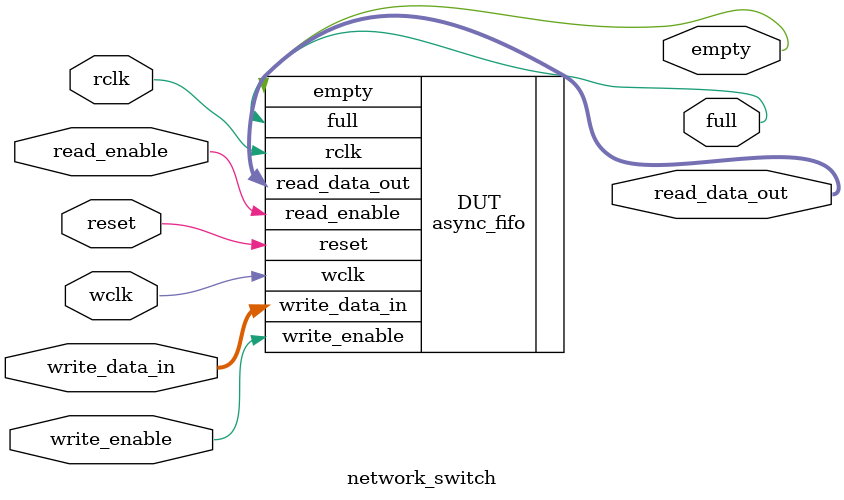
<source format=sv>
module network_switch #(
    parameter DATA_WIDTH = 8,
    parameter ADDR_WIDTH = 4
) (
    input logic reset,
    input logic wclk,
    input logic rclk,
    input logic write_enable,
    input logic read_enable,
    output logic full,
    output logic empty,
    input logic [DATA_WIDTH-1:0] write_data_in,
    output logic [DATA_WIDTH-1:0] read_data_out
);
    async_fifo #(
        DATA_WIDTH,
        ADDR_WIDTH
    ) DUT (
        .reset(reset),
        .wclk(wclk),
        .rclk(rclk),
        .write_enable(write_enable),
        .read_enable(read_enable),
        .full(full),
        .empty(empty),
        .write_data_in(write_data_in),
        .read_data_out(read_data_out)
    );
endmodule

</source>
